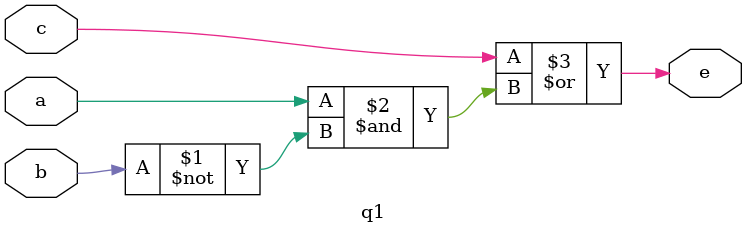
<source format=v>
module q1(a,b,c,e);
input a,b,c;
output e;
assign e=((c)|(a&(~b)));
endmodule

</source>
